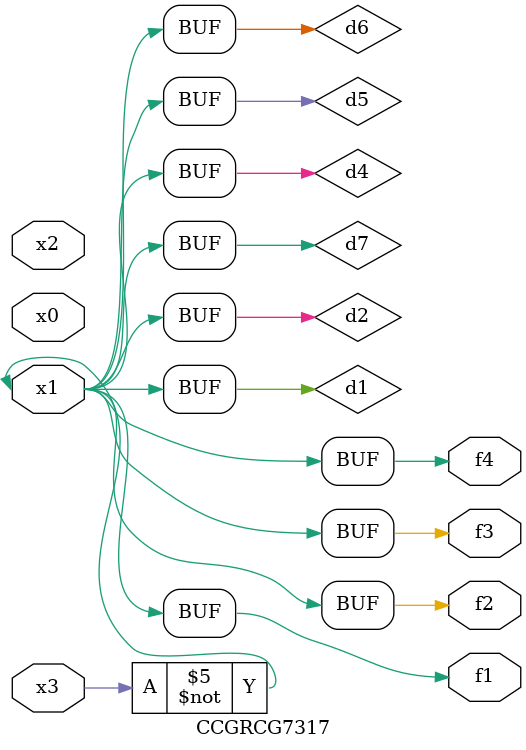
<source format=v>
module CCGRCG7317(
	input x0, x1, x2, x3,
	output f1, f2, f3, f4
);

	wire d1, d2, d3, d4, d5, d6, d7;

	not (d1, x3);
	buf (d2, x1);
	xnor (d3, d1, d2);
	nor (d4, d1);
	buf (d5, d1, d2);
	buf (d6, d4, d5);
	nand (d7, d4);
	assign f1 = d6;
	assign f2 = d7;
	assign f3 = d6;
	assign f4 = d6;
endmodule

</source>
